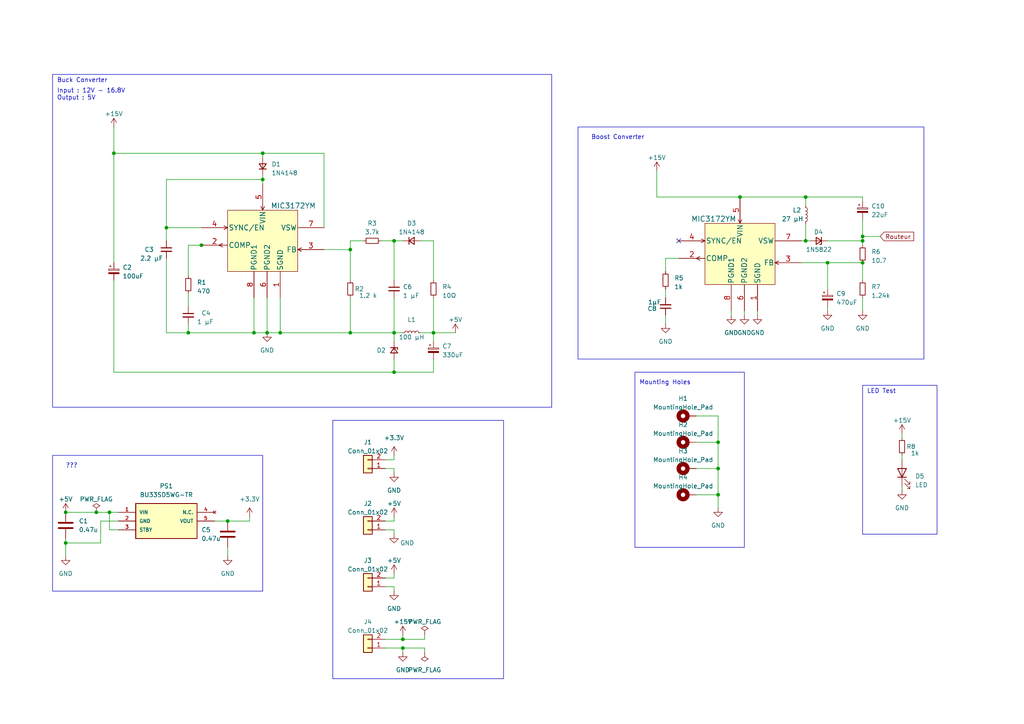
<source format=kicad_sch>
(kicad_sch (version 20230121) (generator eeschema)
  (paper "A4")
  (title_block (title "alimentation"))
  (lib_symbols
    (symbol "BU33SD5WG-TR:BU33SD5WG-TR" (pin_names (offset 1.016))
      (property "Reference" "PS1" (at 13.97 7.62 0))
      (property "Value" "BU33SD5WG-TR" (at 13.97 5.08 0))
      (symbol "BU33SD5WG-TR_0_0"
        (polyline (pts (xy 5.08 2.54) (xy 5.08 -7.62)) (stroke (width 0.254)))
        (rectangle (start 5.08 -7.62) (end 22.86 2.54) (stroke (width 0.254)) (fill (type background)))
        (pin power_in line (at 0 0 0) (length 5.08) (name "VIN") (number "1"))
        (pin power_in line (at 0 -2.54 0) (length 5.08) (name "GND") (number "2"))
        (pin input line (at 0 -5.08 0) (length 5.08) (name "STBY") (number "3"))
        (pin no_connect line (at 27.94 0 180) (length 5.08) (name "N.C.") (number "4"))
        (pin power_out line (at 27.94 -2.54 180) (length 5.08) (name "VOUT") (number "5"))
      )
    )
    (symbol "Connector_Generic:Conn_01x02" (pin_names (offset 1.016) hide)
      (property "Reference" "J" (at 0 2.54 0))
      (property "Value" "Conn_01x02" (at 0 -5.08 0))
      (symbol "Conn_01x02_1_1"
        (rectangle (start -1.27 -2.413) (end 0 -2.667) (stroke (width 0.1524)))
        (rectangle (start -1.27 0.127) (end 0 -0.127) (stroke (width 0.1524)))
        (rectangle (start -1.27 1.27) (end 1.27 -3.81) (stroke (width 0.254)) (fill (type background)))
        (pin passive line (at -5.08 0 0) (length 3.81) (name "Pin_1") (number "1"))
        (pin passive line (at -5.08 -2.54 0) (length 3.81) (name "Pin_2") (number "2"))
      )
    )
    (symbol "Device:C" (pin_numbers hide) (pin_names (offset 0.254))
      (property "Reference" "C" (at 0.635 2.54 0))
      (property "Value" "C" (at 0.635 -2.54 0))
      (symbol "C_0_1"
        (polyline (pts (xy -2.032 -0.762) (xy 2.032 -0.762)) (stroke (width 0.508)))
        (polyline (pts (xy -2.032 0.762) (xy 2.032 0.762)) (stroke (width 0.508)))
      )
      (symbol "C_1_1"
        (pin passive line (at 0 3.81 270) (length 2.794) (name "~") (number "1"))
        (pin passive line (at 0 -3.81 90) (length 2.794) (name "~") (number "2"))
      )
    )
    (symbol "Device:C_Polarized_Small" (pin_numbers hide) (pin_names (offset 0.254) hide)
      (property "Reference" "C" (at 0.254 1.778 0))
      (property "Value" "C_Polarized_Small" (at 0.254 -2.032 0))
      (symbol "C_Polarized_Small_0_1"
        (rectangle (start -1.524 -0.3048) (end 1.524 -0.6858) (fill (type outline)))
        (rectangle (start -1.524 0.6858) (end 1.524 0.3048))
        (polyline (pts (xy -1.27 1.524) (xy -0.762 1.524)))
        (polyline (pts (xy -1.016 1.27) (xy -1.016 1.778)))
      )
      (symbol "C_Polarized_Small_1_1"
        (pin passive line (at 0 2.54 270) (length 1.8542) (name "~") (number "1"))
        (pin passive line (at 0 -2.54 90) (length 1.8542) (name "~") (number "2"))
      )
    )
    (symbol "Device:C_Small" (pin_numbers hide) (pin_names (offset 0.254) hide)
      (property "Reference" "C" (at 0.254 1.778 0))
      (property "Value" "C_Small" (at 0.254 -2.032 0))
      (symbol "C_Small_0_1"
        (polyline (pts (xy -1.524 -0.508) (xy 1.524 -0.508)) (stroke (width 0.3302)))
        (polyline (pts (xy -1.524 0.508) (xy 1.524 0.508)) (stroke (width 0.3048)))
      )
      (symbol "C_Small_1_1"
        (pin passive line (at 0 2.54 270) (length 2.032) (name "~") (number "1"))
        (pin passive line (at 0 -2.54 90) (length 2.032) (name "~") (number "2"))
      )
    )
    (symbol "Device:D_Small" (pin_numbers hide) (pin_names (offset 0.254) hide)
      (property "Reference" "D" (at -1.27 2.032 0))
      (property "Value" "D_Small" (at -3.81 -2.032 0))
      (symbol "D_Small_0_1"
        (polyline (pts (xy -0.762 -1.016) (xy -0.762 1.016)) (stroke (width 0.254)))
        (polyline (pts (xy -0.762 0) (xy 0.762 0)))
        (polyline (pts (xy 0.762 -1.016) (xy -0.762 0) (xy 0.762 1.016) (xy 0.762 -1.016)) (stroke (width 0.254)))
      )
      (symbol "D_Small_1_1"
        (pin passive line (at -2.54 0 0) (length 1.778) (name "K") (number "1"))
        (pin passive line (at 2.54 0 180) (length 1.778) (name "A") (number "2"))
      )
    )
    (symbol "Device:D_Zener_Small" (pin_numbers hide) (pin_names (offset 0.254) hide)
      (property "Reference" "D" (at 0 2.286 0))
      (property "Value" "D_Zener_Small" (at 0 -2.286 0))
      (symbol "D_Zener_Small_0_1"
        (polyline (pts (xy 0.762 0) (xy -0.762 0)))
        (polyline (pts (xy -0.254 1.016) (xy -0.762 1.016) (xy -0.762 -1.016)) (stroke (width 0.254)))
        (polyline (pts (xy 0.762 1.016) (xy -0.762 0) (xy 0.762 -1.016) (xy 0.762 1.016)) (stroke (width 0.254)))
      )
      (symbol "D_Zener_Small_1_1"
        (pin passive line (at -2.54 0 0) (length 1.778) (name "K") (number "1"))
        (pin passive line (at 2.54 0 180) (length 1.778) (name "A") (number "2"))
      )
    )
    (symbol "Device:LED" (pin_numbers hide) (pin_names (offset 1.016) hide)
      (property "Reference" "D" (at 0 2.54 0))
      (property "Value" "LED" (at 0 -2.54 0))
      (symbol "LED_0_1"
        (polyline (pts (xy -1.27 -1.27) (xy -1.27 1.27)) (stroke (width 0.254)))
        (polyline (pts (xy -1.27 0) (xy 1.27 0)))
        (polyline (pts (xy 1.27 -1.27) (xy 1.27 1.27) (xy -1.27 0) (xy 1.27 -1.27)) (stroke (width 0.254)))
        (polyline (pts (xy -3.048 -0.762) (xy -4.572 -2.286) (xy -3.81 -2.286) (xy -4.572 -2.286) (xy -4.572 -1.524)))
        (polyline (pts (xy -1.778 -0.762) (xy -3.302 -2.286) (xy -2.54 -2.286) (xy -3.302 -2.286) (xy -3.302 -1.524)))
      )
      (symbol "LED_1_1"
        (pin passive line (at -3.81 0 0) (length 2.54) (name "K") (number "1"))
        (pin passive line (at 3.81 0 180) (length 2.54) (name "A") (number "2"))
      )
    )
    (symbol "Device:L_Small" (pin_numbers hide) (pin_names (offset 0.254) hide)
      (property "Reference" "L" (at 0.762 1.016 0))
      (property "Value" "L_Small" (at 0.762 -1.016 0))
      (symbol "L_Small_0_1"
        (arc (start 0 -2.032) (mid 0.5058 -1.524) (end 0 -1.016))
        (arc (start 0 -1.016) (mid 0.5058 -0.508) (end 0 0))
        (arc (start 0 0) (mid 0.5058 0.508) (end 0 1.016))
        (arc (start 0 1.016) (mid 0.5058 1.524) (end 0 2.032))
      )
      (symbol "L_Small_1_1"
        (pin passive line (at 0 2.54 270) (length 0.508) (name "~") (number "1"))
        (pin passive line (at 0 -2.54 90) (length 0.508) (name "~") (number "2"))
      )
    )
    (symbol "Device:R_Small" (pin_numbers hide) (pin_names (offset 0.254) hide)
      (property "Reference" "R" (at 0.762 0.508 0))
      (property "Value" "R_Small" (at 0.762 -1.016 0))
      (symbol "R_Small_0_1"
        (rectangle (start -0.762 1.778) (end 0.762 -1.778) (stroke (width 0.2032)))
      )
      (symbol "R_Small_1_1"
        (pin passive line (at 0 2.54 270) (length 0.762) (name "~") (number "1"))
        (pin passive line (at 0 -2.54 90) (length 0.762) (name "~") (number "2"))
      )
    )
    (symbol "MIC3172YM_1" (pin_names (offset 0.254))
      (property "Reference" "U4" (at 62.23 -2.54 0))
      (property "Value" "MIC3172YM" (at 62.23 -5.08 0))
      (symbol "MIC3172YM_1_1_1"
        (polyline (pts (xy 40.64 -16.51) (xy 41.7068 -17.018)) (stroke (width 0.2032)))
        (polyline (pts (xy 40.64 -16.51) (xy 41.7068 -16.002)) (stroke (width 0.2032)))
        (polyline (pts (xy 43.18 -11.43) (xy 42.1132 -11.938)) (stroke (width 0.2032)))
        (polyline (pts (xy 43.18 -11.43) (xy 42.1132 -10.922)) (stroke (width 0.2032)))
        (polyline (pts (xy 53.34 -6.35) (xy 52.832 -5.2832)) (stroke (width 0.2032)))
        (polyline (pts (xy 53.34 -6.35) (xy 53.848 -5.2832)) (stroke (width 0.2032)))
        (polyline (pts (xy 63.5 -17.78) (xy 64.5668 -18.288)) (stroke (width 0.2032)))
        (polyline (pts (xy 63.5 -17.78) (xy 64.5668 -17.272)) (stroke (width 0.2032)))
        (rectangle (start 43.18 -6.35) (end 63.5 -24.13) (fill (type background)))
        (pin power_in line (at 58.42 -31.75 90) (length 7.62) (name "SGND") (number "1"))
        (pin output line (at 35.56 -16.51 0) (length 7.62) (name "COMP") (number "2"))
        (pin input line (at 71.12 -17.78 180) (length 7.62) (name "FB") (number "3"))
        (pin input line (at 35.56 -11.43 0) (length 7.62) (name "SYNC/EN") (number "4"))
        (pin input line (at 53.34 1.27 270) (length 7.62) (name "VIN") (number "5"))
        (pin power_in line (at 54.61 -31.75 90) (length 7.62) (name "PGND2") (number "6"))
        (pin unspecified line (at 71.12 -11.43 180) (length 7.62) (name "VSW") (number "7"))
        (pin power_in line (at 50.8 -31.75 90) (length 7.62) (name "PGND1") (number "8"))
      )
    )
    (symbol "Mechanical:MountingHole_Pad" (pin_numbers hide) (pin_names (offset 1.016) hide)
      (property "Reference" "H" (at 0 6.35 0))
      (property "Value" "MountingHole_Pad" (at 0 4.445 0))
      (symbol "MountingHole_Pad_0_1"
        (circle (center 0 1.27) (radius 1.27) (stroke (width 1.27)))
      )
      (symbol "MountingHole_Pad_1_1"
        (pin input line (at 0 -2.54 90) (length 2.54) (name "1") (number "1"))
      )
    )
    (symbol "power:+15V" (power) (pin_names (offset 0))
      (property "Value" "+15V" (at 0 3.556 0))
      (symbol "+15V_0_1"
        (polyline (pts (xy -0.762 1.27) (xy 0 2.54)))
        (polyline (pts (xy 0 0) (xy 0 2.54)))
        (polyline (pts (xy 0 2.54) (xy 0.762 1.27)))
      )
      (symbol "+15V_1_1"
        (pin power_in line (at 0 0 90) (length 0) hide (name "+15V") (number "1"))
      )
    )
    (symbol "power:+3.3V" (power) (pin_names (offset 0))
      (property "Value" "+3.3V" (at 0 3.556 0))
      (symbol "+3.3V_0_1"
        (polyline (pts (xy -0.762 1.27) (xy 0 2.54)))
        (polyline (pts (xy 0 0) (xy 0 2.54)))
        (polyline (pts (xy 0 2.54) (xy 0.762 1.27)))
      )
      (symbol "+3.3V_1_1"
        (pin power_in line (at 0 0 90) (length 0) hide (name "+3.3V") (number "1"))
      )
    )
    (symbol "power:+5V" (power) (pin_names (offset 0))
      (property "Value" "+5V" (at 0 3.556 0))
      (symbol "+5V_0_1"
        (polyline (pts (xy -0.762 1.27) (xy 0 2.54)))
        (polyline (pts (xy 0 0) (xy 0 2.54)))
        (polyline (pts (xy 0 2.54) (xy 0.762 1.27)))
      )
      (symbol "+5V_1_1"
        (pin power_in line (at 0 0 90) (length 0) hide (name "+5V") (number "1"))
      )
    )
    (symbol "power:GND" (power) (pin_names (offset 0))
      (property "Value" "GND" (at 0 -3.81 0))
      (symbol "GND_0_1"
        (polyline (pts (xy 0 0) (xy 0 -1.27) (xy 1.27 -1.27) (xy 0 -2.54) (xy -1.27 -1.27) (xy 0 -1.27)))
      )
      (symbol "GND_1_1"
        (pin power_in line (at 0 0 270) (length 0) hide (name "GND") (number "1"))
      )
    )
    (symbol "power:PWR_FLAG" (power) (pin_numbers hide) (pin_names (offset 0) hide)
      (property "Value" "PWR_FLAG" (at 0 3.81 0))
      (symbol "PWR_FLAG_0_0"
        (pin power_out line (at 0 0 90) (length 0) (name "pwr") (number "1"))
      )
      (symbol "PWR_FLAG_0_1"
        (polyline (pts (xy 0 0) (xy 0 1.27) (xy -1.016 1.905) (xy 0 2.54) (xy 1.016 1.905) (xy 0 1.27)))
      )
    )
  )
  (junction (at 116.84 187.96))
  (junction (at 233.68 69.85))
  (junction (at 114.3 69.85))
  (junction (at 240.03 76.2))
  (junction (at 250.19 68.58))
  (junction (at 31.75 148.59))
  (junction (at 208.28 135.89))
  (junction (at 19.05 157.48))
  (junction (at 114.3 107.95))
  (junction (at 73.66 96.52))
  (junction (at 76.2 52.07))
  (junction (at 58.42 71.12))
  (junction (at 208.28 143.51))
  (junction (at 250.19 76.2))
  (junction (at 233.68 57.15))
  (junction (at 250.19 69.85))
  (junction (at 114.3 96.52))
  (junction (at 81.28 96.52))
  (junction (at 54.61 96.52))
  (junction (at 214.63 57.15))
  (junction (at 33.02 44.45))
  (junction (at 66.04 151.13))
  (junction (at 101.6 96.52))
  (junction (at 27.94 148.59))
  (junction (at 77.47 96.52))
  (junction (at 76.2 44.45))
  (junction (at 125.73 96.52))
  (junction (at 101.6 72.39))
  (junction (at 19.05 148.59))
  (junction (at 48.26 66.04))
  (junction (at 116.84 185.42))
  (junction (at 208.28 128.27))
  (no_connect (at 196.85 69.85))
  (wire (pts (xy 190.5 49.53) (xy 190.5 57.15)))
  (wire (pts (xy 93.98 72.39) (xy 101.6 72.39)))
  (wire (pts (xy 250.19 86.36) (xy 250.19 90.17)))
  (wire (pts (xy 34.29 153.67) (xy 31.75 153.67)))
  (wire (pts (xy 101.6 96.52) (xy 114.3 96.52)))
  (wire (pts (xy 233.68 57.15) (xy 233.68 59.69)))
  (wire (pts (xy 29.21 151.13) (xy 29.21 157.48)))
  (wire (pts (xy 58.42 71.12) (xy 54.61 71.12)))
  (wire (pts (xy 201.93 128.27) (xy 208.28 128.27)))
  (wire (pts (xy 123.19 189.23) (xy 123.19 187.96)))
  (wire (pts (xy 66.04 151.13) (xy 72.39 151.13)))
  (wire (pts (xy 72.39 149.86) (xy 72.39 151.13)))
  (wire (pts (xy 101.6 69.85) (xy 105.41 69.85)))
  (wire (pts (xy 208.28 147.32) (xy 208.28 143.51)))
  (wire (pts (xy 33.02 36.83) (xy 33.02 44.45)))
  (wire (pts (xy 31.75 148.59) (xy 34.29 148.59)))
  (wire (pts (xy 240.03 76.2) (xy 250.19 76.2)))
  (wire (pts (xy 193.04 91.44) (xy 193.04 93.98)))
  (wire (pts (xy 116.84 185.42) (xy 123.19 185.42)))
  (wire (pts (xy 81.28 86.36) (xy 81.28 96.52)))
  (wire (pts (xy 59.69 71.12) (xy 58.42 71.12)))
  (wire (pts (xy 250.19 63.5) (xy 250.19 68.58)))
  (wire (pts (xy 114.3 154.94) (xy 114.3 153.67)))
  (wire (pts (xy 111.76 151.13) (xy 114.3 151.13)))
  (wire (pts (xy 76.2 50.8) (xy 76.2 52.07)))
  (wire (pts (xy 114.3 151.13) (xy 114.3 149.86)))
  (wire (pts (xy 121.92 69.85) (xy 125.73 69.85)))
  (wire (pts (xy 77.47 96.52) (xy 81.28 96.52)))
  (wire (pts (xy 93.98 66.04) (xy 93.98 44.45)))
  (wire (pts (xy 114.3 133.35) (xy 114.3 132.08)))
  (wire (pts (xy 77.47 86.36) (xy 77.47 96.52)))
  (wire (pts (xy 48.26 74.93) (xy 48.26 96.52)))
  (wire (pts (xy 232.41 69.85) (xy 233.68 69.85)))
  (wire (pts (xy 101.6 72.39) (xy 101.6 81.28)))
  (wire (pts (xy 114.3 171.45) (xy 114.3 170.18)))
  (wire (pts (xy 208.28 120.65) (xy 201.93 120.65)))
  (wire (pts (xy 19.05 156.21) (xy 19.05 157.48)))
  (wire (pts (xy 114.3 104.14) (xy 114.3 107.95)))
  (wire (pts (xy 54.61 93.98) (xy 54.61 96.52)))
  (wire (pts (xy 114.3 69.85) (xy 114.3 81.28)))
  (wire (pts (xy 93.98 44.45) (xy 76.2 44.45)))
  (wire (pts (xy 48.26 66.04) (xy 48.26 52.07)))
  (wire (pts (xy 114.3 107.95) (xy 125.73 107.95)))
  (wire (pts (xy 66.04 158.75) (xy 66.04 161.29)))
  (wire (pts (xy 48.26 66.04) (xy 58.42 66.04)))
  (wire (pts (xy 125.73 69.85) (xy 125.73 81.28)))
  (wire (pts (xy 121.92 96.52) (xy 125.73 96.52)))
  (wire (pts (xy 54.61 85.09) (xy 54.61 88.9)))
  (wire (pts (xy 111.76 185.42) (xy 116.84 185.42)))
  (wire (pts (xy 54.61 96.52) (xy 73.66 96.52)))
  (wire (pts (xy 214.63 57.15) (xy 233.68 57.15)))
  (wire (pts (xy 19.05 157.48) (xy 29.21 157.48)))
  (wire (pts (xy 114.3 96.52) (xy 114.3 99.06)))
  (wire (pts (xy 114.3 86.36) (xy 114.3 96.52)))
  (wire (pts (xy 114.3 96.52) (xy 116.84 96.52)))
  (wire (pts (xy 240.03 83.82) (xy 240.03 76.2)))
  (wire (pts (xy 27.94 148.59) (xy 31.75 148.59)))
  (wire (pts (xy 261.62 132.08) (xy 261.62 133.35)))
  (wire (pts (xy 233.68 69.85) (xy 234.95 69.85)))
  (wire (pts (xy 261.62 140.97) (xy 261.62 142.24)))
  (wire (pts (xy 123.19 184.15) (xy 123.19 185.42)))
  (wire (pts (xy 193.04 74.93) (xy 193.04 78.74)))
  (wire (pts (xy 219.71 90.17) (xy 219.71 91.44)))
  (wire (pts (xy 250.19 71.12) (xy 250.19 69.85)))
  (wire (pts (xy 212.09 90.17) (xy 212.09 91.44)))
  (wire (pts (xy 250.19 69.85) (xy 240.03 69.85)))
  (wire (pts (xy 201.93 135.89) (xy 208.28 135.89)))
  (wire (pts (xy 114.3 69.85) (xy 116.84 69.85)))
  (wire (pts (xy 125.73 104.14) (xy 125.73 107.95)))
  (wire (pts (xy 114.3 167.64) (xy 114.3 166.37)))
  (wire (pts (xy 233.68 57.15) (xy 250.19 57.15)))
  (wire (pts (xy 101.6 86.36) (xy 101.6 96.52)))
  (wire (pts (xy 111.76 167.64) (xy 114.3 167.64)))
  (wire (pts (xy 73.66 86.36) (xy 73.66 96.52)))
  (wire (pts (xy 208.28 128.27) (xy 208.28 120.65)))
  (wire (pts (xy 62.23 151.13) (xy 66.04 151.13)))
  (wire (pts (xy 255.27 68.58) (xy 250.19 68.58)))
  (wire (pts (xy 114.3 135.89) (xy 111.76 135.89)))
  (wire (pts (xy 48.26 69.85) (xy 48.26 66.04)))
  (wire (pts (xy 111.76 187.96) (xy 116.84 187.96)))
  (wire (pts (xy 48.26 52.07) (xy 76.2 52.07)))
  (wire (pts (xy 48.26 96.52) (xy 54.61 96.52)))
  (wire (pts (xy 125.73 96.52) (xy 132.08 96.52)))
  (wire (pts (xy 73.66 96.52) (xy 77.47 96.52)))
  (wire (pts (xy 193.04 83.82) (xy 193.04 86.36)))
  (wire (pts (xy 34.29 151.13) (xy 29.21 151.13)))
  (wire (pts (xy 261.62 125.73) (xy 261.62 127)))
  (wire (pts (xy 193.04 74.93) (xy 196.85 74.93)))
  (wire (pts (xy 250.19 76.2) (xy 250.19 81.28)))
  (wire (pts (xy 81.28 96.52) (xy 101.6 96.52)))
  (wire (pts (xy 116.84 185.42) (xy 116.84 184.15)))
  (wire (pts (xy 33.02 81.28) (xy 33.02 107.95)))
  (wire (pts (xy 33.02 44.45) (xy 76.2 44.45)))
  (wire (pts (xy 19.05 157.48) (xy 19.05 161.29)))
  (wire (pts (xy 111.76 133.35) (xy 114.3 133.35)))
  (wire (pts (xy 125.73 96.52) (xy 125.73 99.06)))
  (wire (pts (xy 201.93 143.51) (xy 208.28 143.51)))
  (wire (pts (xy 76.2 52.07) (xy 76.2 53.34)))
  (wire (pts (xy 116.84 187.96) (xy 116.84 189.23)))
  (wire (pts (xy 116.84 187.96) (xy 123.19 187.96)))
  (wire (pts (xy 114.3 170.18) (xy 111.76 170.18)))
  (wire (pts (xy 250.19 57.15) (xy 250.19 58.42)))
  (wire (pts (xy 31.75 148.59) (xy 31.75 153.67)))
  (wire (pts (xy 114.3 137.16) (xy 114.3 135.89)))
  (wire (pts (xy 19.05 148.59) (xy 27.94 148.59)))
  (wire (pts (xy 232.41 76.2) (xy 240.03 76.2)))
  (wire (pts (xy 76.2 44.45) (xy 76.2 45.72)))
  (wire (pts (xy 125.73 86.36) (xy 125.73 96.52)))
  (wire (pts (xy 190.5 57.15) (xy 214.63 57.15)))
  (wire (pts (xy 33.02 107.95) (xy 114.3 107.95)))
  (wire (pts (xy 110.49 69.85) (xy 114.3 69.85)))
  (wire (pts (xy 208.28 143.51) (xy 208.28 135.89)))
  (wire (pts (xy 233.68 64.77) (xy 233.68 69.85)))
  (wire (pts (xy 208.28 135.89) (xy 208.28 128.27)))
  (wire (pts (xy 101.6 69.85) (xy 101.6 72.39)))
  (wire (pts (xy 114.3 153.67) (xy 111.76 153.67)))
  (wire (pts (xy 54.61 71.12) (xy 54.61 80.01)))
  (wire (pts (xy 250.19 68.58) (xy 250.19 69.85)))
  (wire (pts (xy 33.02 44.45) (xy 33.02 76.2)))
  (wire (pts (xy 215.9 90.17) (xy 215.9 91.44)))
  (wire (pts (xy 240.03 88.9) (xy 240.03 90.17)))
  (rectangle (start 15.24 132.08) (end 76.2 171.45))
  (rectangle (start 167.64 36.83) (end 267.97 104.14))
  (rectangle (start 15.24 21.59) (end 160.02 118.11))
  (rectangle (start 96.52 121.92) (end 146.05 196.85))
  (rectangle (start 184.15 107.95) (end 215.9 158.75))
  (rectangle (start 250.19 111.76) (end 271.78 154.94))
  (text "Mounting Holes\n" (at 185.42 111.76 0) (effects (font (size 1.27 1.27)) (justify left bottom)))
  (text "Buck Converter\n" (at 16.51 24.13 0) (effects (font (size 1.27 1.27)) (justify left bottom)))
  (text "Boost Converter\n" (at 171.45 40.64 0) (effects (font (size 1.27 1.27)) (justify left bottom)))
  (text "???\n" (at 19.05 135.89 0) (effects (font (size 1.27 1.27)) (justify left bottom)))
  (text "Input : 12V - 16.8V\nOutput : 5V\n" (at 16.51 29.21 0) (effects (font (size 1.27 1.27)) (justify left bottom)))
  (text "LED Test\n" (at 251.46 114.3 0) (effects (font (size 1.27 1.27)) (justify left bottom)))
  (global_label "Routeur" (shape input) (at 255.27 68.58 0) (property "Intersheetrefs" "${INTERSHEET_REFS}" (effects hide)))
  (symbol (lib_id "Connector_Generic:Conn_01x02") (at 106.68 135.89 180) (unit 1)
    (property "Reference" "J1" (at 106.68 128.27 0))
    (property "Value" "Conn_01x02" (at 106.68 130.81 0))
    (property "Footprint" "Connector_JST:JST_XH_B2B-XH-A_1x02_P2.50mm_Vertical" (effects hide))
  )
  (symbol (lib_id "Device:R_Small") (at 193.04 81.28 0) (unit 1)
    (property "Reference" "R5" (at 195.58 80.645 0) (effects (justify left)))
    (property "Value" "1k" (at 195.58 83.185 0) (effects (justify left)))
    (property "Footprint" "Resistor_SMD:R_0603_1608Metric_Pad0.98x0.95mm_HandSolder" (effects hide))
  )
  (symbol (lib_id "Connector_Generic:Conn_01x02") (at 106.68 153.67 180) (unit 1)
    (property "Reference" "J2" (at 106.68 146.05 0))
    (property "Value" "Conn_01x02" (at 106.68 148.59 0))
    (property "Footprint" "Connector_JST:JST_XH_B2B-XH-A_1x02_P2.50mm_Vertical" (effects hide))
  )
  (symbol (lib_id "power:GND") (at 215.9 91.44 0) (unit 1)
    (property "Reference" "#PWR018" (effects hide))
    (property "Value" "GND" (at 215.9 96.52 0))
  )
  (symbol (lib_id "Mechanical:MountingHole_Pad") (at 199.39 135.89 90) (unit 1)
    (property "Reference" "H3" (at 198.12 130.81 90))
    (property "Value" "MountingHole_Pad" (at 198.12 133.35 90))
    (property "Footprint" "MountingHole:MountingHole_3.2mm_M3_Pad_Via" (effects hide))
  )
  (symbol (lib_id "power:PWR_FLAG") (at 123.19 184.15 0) (unit 1)
    (property "Reference" "#FLG02" (effects hide))
    (property "Value" "PWR_FLAG" (at 123.19 180.34 0))
  )
  (symbol (lib_id "Device:C_Small") (at 114.3 83.82 0) (unit 1)
    (property "Reference" "C6" (at 116.84 83.1913 0) (effects (justify left)))
    (property "Value" "1 µF" (at 116.84 85.7313 0) (effects (justify left)))
    (property "Footprint" "Capacitor_SMD:C_0603_1608Metric_Pad1.08x0.95mm_HandSolder" (effects hide))
  )
  (symbol (lib_id "Device:D_Small") (at 119.38 69.85 0) (unit 1)
    (property "Reference" "D3" (at 119.38 64.77 0))
    (property "Value" "1N4148" (at 119.38 67.31 0))
    (property "Footprint" "Footprints_Balise:SOD2513X120N" (effects hide))
    (property "Sim.Device" "D" (effects hide))
    (property "Sim.Pins" "1=K 2=A" (effects hide))
  )
  (symbol (lib_id "power:GND") (at 208.28 147.32 0) (unit 1)
    (property "Reference" "#PWR016" (effects hide))
    (property "Value" "GND" (at 208.28 152.4 0))
  )
  (symbol (lib_id "power:PWR_FLAG") (at 27.94 148.59 0) (unit 1)
    (property "Reference" "#FLG01" (effects hide))
    (property "Value" "PWR_FLAG" (at 27.94 144.78 0))
  )
  (symbol (lib_id "Device:C_Small") (at 54.61 91.44 0) (unit 1)
    (property "Reference" "C4" (at 58.42 90.8113 0) (effects (justify left)))
    (property "Value" "1 µF" (at 57.15 93.3513 0) (effects (justify left)))
    (property "Footprint" "Capacitor_SMD:C_0603_1608Metric_Pad1.08x0.95mm_HandSolder" (effects hide))
  )
  (symbol (lib_id "power:GND") (at 250.19 90.17 0) (unit 1)
    (property "Reference" "#PWR023" (effects hide))
    (property "Value" "GND" (at 250.19 95.25 0))
  )
  (symbol (lib_id "Device:C_Polarized_Small") (at 250.19 60.96 0) (unit 1)
    (property "Reference" "C10" (at 252.73 59.7789 0) (effects (justify left)))
    (property "Value" "22uF" (at 252.73 62.3189 0) (effects (justify left)))
    (property "Footprint" "Capacitor_SMD:CP_Elec_5x5.4" (effects hide))
  )
  (symbol (lib_id "power:GND") (at 261.62 142.24 0) (unit 1)
    (property "Reference" "#PWR025" (effects hide))
    (property "Value" "GND" (at 261.62 147.32 0))
  )
  (symbol (lib_id "power:+15V") (at 261.62 125.73 0) (unit 1)
    (property "Reference" "#PWR024" (effects hide))
    (property "Value" "+15V" (at 261.62 121.92 0))
  )
  (symbol (lib_id "Mechanical:MountingHole_Pad") (at 199.39 128.27 90) (unit 1)
    (property "Reference" "H2" (at 198.12 123.19 90))
    (property "Value" "MountingHole_Pad" (at 198.12 125.73 90))
    (property "Footprint" "MountingHole:MountingHole_3.2mm_M3_Pad_Via" (effects hide))
  )
  (symbol (lib_id "BU33SD5WG-TR:BU33SD5WG-TR") (at 34.29 148.59 0) (unit 1)
    (property "Reference" "PS1" (at 48.26 140.97 0))
    (property "Value" "BU33SD5WG-TR" (at 48.26 143.51 0))
    (property "Footprint" "Custom:SOT95P280X125-5N" (effects hide))
    (property "Manufacturer_Part_Number" "BU33SD5WG-TR" (effects hide))
    (property "Manufacturer_Name" "ROHM Semiconductor" (effects hide))
    (property "Mouser_Price-Stock" "https://www.mouser.co.uk/ProductDetail/ROHM-Semiconductor/BU33SD5WG-TR?qs=%2FKR40Cd6GUrQDzRkUEt69Q%3D%3D" (effects hide))
    (property "Height" "1.25mm" (effects hide))
    (property "Mouser_Part_Number" "755-BU33SD5WG-TR" (effects hide))
    (property "Description" "LDO regulator,3.3V,0.5A,standby,SSOP5 ROHM BU33SD5WG-TR, LDO Voltage Regulator, 0.5A, 3.3 V +/-2%, 1.7  6 Vin, 5-Pin SSOP" (effects hide))
  )
  (symbol (lib_id "power:+15V") (at 190.5 49.53 0) (unit 1)
    (property "Reference" "#PWR014" (effects hide))
    (property "Value" "+15V" (at 190.5 45.72 0))
  )
  (symbol (lib_id "Device:C") (at 19.05 152.4 0) (unit 1)
    (property "Reference" "C1" (at 22.86 151.1299 0) (effects (justify left)))
    (property "Value" "0.47u" (at 22.86 153.6699 0) (effects (justify left)))
    (property "Footprint" "Capacitor_SMD:C_0603_1608Metric_Pad1.08x0.95mm_HandSolder" (effects hide))
  )
  (symbol (lib_id "Device:C_Polarized_Small") (at 240.03 86.36 0) (unit 1)
    (property "Reference" "C9" (at 242.57 85.1789 0) (effects (justify left)))
    (property "Value" "470uF" (at 242.57 87.7189 0) (effects (justify left)))
    (property "Footprint" "Capacitor_SMD:CP_Elec_10x10.5" (effects hide))
  )
  (symbol (lib_id "Device:R_Small") (at 54.61 82.55 0) (unit 1)
    (property "Reference" "R1" (at 57.15 81.915 0) (effects (justify left)))
    (property "Value" "470" (at 57.15 84.455 0) (effects (justify left)))
    (property "Footprint" "Resistor_SMD:R_0603_1608Metric_Pad0.98x0.95mm_HandSolder" (effects hide))
  )
  (symbol (lib_id "power:GND") (at 240.03 90.17 0) (unit 1)
    (property "Reference" "#PWR020" (effects hide))
    (property "Value" "GND" (at 240.03 95.25 0))
  )
  (symbol (lib_id "Device:L_Small") (at 233.68 62.23 0) (unit 1)
    (property "Reference" "L2" (at 231.14 60.96 0))
    (property "Value" "27 µH" (at 229.87 63.5 0))
  )
  (symbol (lib_id "Device:R_Small") (at 250.19 73.66 0) (unit 1)
    (property "Reference" "R6" (at 252.73 73.025 0) (effects (justify left)))
    (property "Value" "10.7" (at 252.73 75.565 0) (effects (justify left)))
    (property "Footprint" "Resistor_SMD:R_0603_1608Metric_Pad0.98x0.95mm_HandSolder" (effects hide))
  )
  (symbol (lib_id "power:GND") (at 114.3 171.45 0) (unit 1)
    (property "Reference" "#PWR012" (effects hide))
    (property "Value" "GND" (at 114.3 176.53 0))
  )
  (symbol (lib_id "power:GND") (at 66.04 161.29 0) (unit 1)
    (property "Reference" "#PWR04" (effects hide))
    (property "Value" "GND" (at 66.04 166.37 0))
  )
  (symbol (lib_id "Device:C_Small") (at 48.26 72.39 0) (unit 1)
    (property "Reference" "C3" (at 41.91 72.39 0) (effects (justify left)))
    (property "Value" "2.2 µF" (at 40.64 74.93 0) (effects (justify left)))
    (property "Footprint" "Capacitor_SMD:C_0603_1608Metric_Pad1.08x0.95mm_HandSolder" (effects hide))
  )
  (symbol (lib_id "Connector_Generic:Conn_01x02") (at 106.68 187.96 180) (unit 1)
    (property "Reference" "J4" (at 106.68 180.34 0))
    (property "Value" "Conn_01x02" (at 106.68 182.88 0))
    (property "Footprint" "Connector_JST:JST_XH_B2B-XH-A_1x02_P2.50mm_Vertical" (effects hide))
  )
  (symbol (lib_id "Device:D_Zener_Small") (at 114.3 101.6 270) (unit 1)
    (property "Reference" "D2" (at 109.22 101.6 90) (effects (justify left)))
    (property "Value" "D_Zener_Small" (effects hide))
    (property "Footprint" "Footprints_Balise:DO-214AD_ONS" (effects hide))
  )
  (symbol (lib_id "power:+5V") (at 19.05 148.59 0) (unit 1)
    (property "Reference" "#PWR01" (effects hide))
    (property "Value" "+5V" (at 19.05 144.78 0))
  )
  (symbol (lib_id "power:GND") (at 77.47 96.52 0) (unit 1)
    (property "Reference" "#PWR06" (effects hide))
    (property "Value" "GND" (at 77.47 101.6 0))
  )
  (symbol (lib_id "Device:R_Small") (at 261.62 129.54 0) (unit 1)
    (property "Reference" "R8" (at 262.89 129.54 0) (effects (justify left)))
    (property "Value" "1k" (at 264.16 131.445 0) (effects (justify left)))
    (property "Footprint" "Resistor_SMD:R_0603_1608Metric_Pad0.98x0.95mm_HandSolder" (effects hide))
  )
  (symbol (lib_id "power:+3.3V") (at 114.3 132.08 0) (unit 1)
    (property "Reference" "#PWR07" (effects hide))
    (property "Value" "+3.3V" (at 114.3 127 0))
  )
  (symbol (lib_id "Mechanical:MountingHole_Pad") (at 199.39 143.51 90) (unit 1)
    (property "Reference" "H4" (at 198.12 138.43 90))
    (property "Value" "MountingHole_Pad" (at 198.12 140.97 90))
    (property "Footprint" "MountingHole:MountingHole_3.2mm_M3_Pad_Via" (effects hide))
  )
  (symbol (lib_name "MIC3172YM_1") (lib_id "2023-04-11_09-44-21:MIC3172YM") (at 161.29 58.42 0) (unit 1)
    (property "Reference" "U2" (effects hide))
    (property "Value" "MIC3172YM" (at 207.01 63.5 0) (effects (font (size 1.524 1.524))))
    (property "Footprint" "Package_SO:SOIC-8-1EP_3.9x4.9mm_P1.27mm_EP2.29x3mm" (effects hide))
  )
  (symbol (lib_id "Connector_Generic:Conn_01x02") (at 106.68 170.18 180) (unit 1)
    (property "Reference" "J3" (at 106.68 162.56 0))
    (property "Value" "Conn_01x02" (at 106.68 165.1 0))
    (property "Footprint" "Connector_JST:JST_XH_B2B-XH-A_1x02_P2.50mm_Vertical" (effects hide))
  )
  (symbol (lib_id "power:+15V") (at 33.02 36.83 0) (unit 1)
    (property "Reference" "#PWR03" (effects hide))
    (property "Value" "+15V" (at 33.02 33.02 0))
  )
  (symbol (lib_id "Device:R_Small") (at 101.6 83.82 0) (unit 1)
    (property "Reference" "R2" (at 102.87 83.82 0) (effects (justify left)))
    (property "Value" "1.2 k" (at 104.14 85.725 0) (effects (justify left)))
    (property "Footprint" "Resistor_SMD:R_0603_1608Metric_Pad0.98x0.95mm_HandSolder" (effects hide))
  )
  (symbol (lib_id "Device:C_Small") (at 193.04 88.9 180) (unit 1)
    (property "Reference" "C8" (at 190.5 89.5287 0) (effects (justify left)))
    (property "Value" "1µF" (at 191.77 87.63 0) (effects (justify left)))
    (property "Footprint" "Capacitor_SMD:C_0603_1608Metric_Pad1.08x0.95mm_HandSolder" (effects hide))
  )
  (symbol (lib_id "power:GND") (at 114.3 154.94 0) (unit 1)
    (property "Reference" "#PWR010" (effects hide))
    (property "Value" "GND" (at 118.11 157.48 0))
  )
  (symbol (lib_id "power:+3.3V") (at 72.39 149.86 0) (unit 1)
    (property "Reference" "#PWR05" (effects hide))
    (property "Value" "+3.3V" (at 72.39 144.78 0))
  )
  (symbol (lib_id "power:+5V") (at 114.3 166.37 0) (unit 1)
    (property "Reference" "#PWR011" (effects hide))
    (property "Value" "+5V" (at 114.3 162.56 0))
  )
  (symbol (lib_id "power:GND") (at 212.09 91.44 0) (unit 1)
    (property "Reference" "#PWR017" (effects hide))
    (property "Value" "GND" (at 212.09 96.52 0))
  )
  (symbol (lib_id "power:+5V") (at 132.08 96.52 0) (unit 1)
    (property "Reference" "#PWR013" (effects hide))
    (property "Value" "+5V" (at 132.08 92.71 0))
  )
  (symbol (lib_id "power:GND") (at 193.04 93.98 0) (unit 1)
    (property "Reference" "#PWR015" (effects hide))
    (property "Value" "GND" (at 193.04 99.06 0))
  )
  (symbol (lib_id "Device:R_Small") (at 125.73 83.82 0) (unit 1)
    (property "Reference" "R4" (at 128.27 83.185 0) (effects (justify left)))
    (property "Value" "10Ω" (at 128.27 85.725 0) (effects (justify left)))
    (property "Footprint" "Resistor_SMD:R_0603_1608Metric_Pad0.98x0.95mm_HandSolder" (effects hide))
  )
  (symbol (lib_id "Device:LED") (at 261.62 137.16 90) (unit 1)
    (property "Reference" "D5" (at 265.43 138.1125 90) (effects (justify right)))
    (property "Value" "LED" (at 265.43 140.6525 90) (effects (justify right)))
    (property "Footprint" "LED_SMD:LED_0603_1608Metric_Pad1.05x0.95mm_HandSolder" (effects hide))
  )
  (symbol (lib_id "power:PWR_FLAG") (at 123.19 189.23 180) (unit 1)
    (property "Reference" "#FLG03" (effects hide))
    (property "Value" "PWR_FLAG" (at 123.19 194.31 0))
  )
  (symbol (lib_id "Device:L_Small") (at 119.38 96.52 90) (unit 1)
    (property "Reference" "L1" (at 119.38 92.71 90))
    (property "Value" "100 µH" (at 119.38 97.79 90))
  )
  (symbol (lib_id "Device:R_Small") (at 107.95 69.85 90) (unit 1)
    (property "Reference" "R3" (at 107.95 64.77 90))
    (property "Value" "3.7k" (at 107.95 67.31 90))
    (property "Footprint" "Resistor_SMD:R_0603_1608Metric_Pad0.98x0.95mm_HandSolder" (effects hide))
  )
  (symbol (lib_id "power:GND") (at 19.05 161.29 0) (unit 1)
    (property "Reference" "#PWR02" (effects hide))
    (property "Value" "GND" (at 19.05 166.37 0))
  )
  (symbol (lib_id "power:+15V") (at 116.84 184.15 0) (unit 1)
    (property "Reference" "#PWR021" (effects hide))
    (property "Value" "+15V" (at 116.84 180.34 0))
  )
  (symbol (lib_id "Device:R_Small") (at 250.19 83.82 0) (unit 1)
    (property "Reference" "R7" (at 252.73 83.185 0) (effects (justify left)))
    (property "Value" "1.24k" (at 252.73 85.725 0) (effects (justify left)))
    (property "Footprint" "Resistor_SMD:R_0603_1608Metric_Pad0.98x0.95mm_HandSolder" (effects hide))
  )
  (symbol (lib_id "Device:C_Polarized_Small") (at 125.73 101.6 0) (unit 1)
    (property "Reference" "C7" (at 128.27 100.4189 0) (effects (justify left)))
    (property "Value" "330uF" (at 128.27 102.9589 0) (effects (justify left)))
    (property "Footprint" "Capacitor_SMD:C_0603_1608Metric_Pad1.08x0.95mm_HandSolder" (effects hide))
  )
  (symbol (lib_id "Mechanical:MountingHole_Pad") (at 199.39 120.65 90) (unit 1)
    (property "Reference" "H1" (at 198.12 115.57 90))
    (property "Value" "MountingHole_Pad" (at 198.12 118.11 90))
    (property "Footprint" "MountingHole:MountingHole_3.2mm_M3_Pad_Via" (effects hide))
  )
  (symbol (lib_id "Device:D_Small") (at 76.2 48.26 90) (unit 1)
    (property "Reference" "D1" (at 78.74 47.625 90) (effects (justify right)))
    (property "Value" "1N4148" (at 78.74 50.165 90) (effects (justify right)))
    (property "Footprint" "Footprints_Balise:SOD2513X120N" (effects hide))
    (property "Sim.Device" "D" (effects hide))
    (property "Sim.Pins" "1=K 2=A" (effects hide))
  )
  (symbol (lib_id "power:GND") (at 219.71 91.44 0) (unit 1)
    (property "Reference" "#PWR019" (effects hide))
    (property "Value" "GND" (at 219.71 96.52 0))
  )
  (symbol (lib_id "power:+5V") (at 114.3 149.86 0) (unit 1)
    (property "Reference" "#PWR09" (effects hide))
    (property "Value" "+5V" (at 114.3 146.05 0))
  )
  (symbol (lib_id "Device:D_Zener_Small") (at 237.49 69.85 180) (unit 1)
    (property "Reference" "D4" (at 238.76 67.31 0) (effects (justify left)))
    (property "Value" "1N5822" (at 241.3 72.39 0) (effects (justify left)))
    (property "Footprint" "Footprints_Balise:DIODE_1N5822-T_DIO" (effects hide))
  )
  (symbol (lib_name "MIC3172YM_1") (lib_id "2023-04-11_09-44-21:MIC3172YM") (at 22.86 54.61 0) (unit 1)
    (property "Reference" "U1" (effects hide))
    (property "Value" "MIC3172YM" (at 85.09 59.69 0) (effects (font (size 1.524 1.524))))
    (property "Footprint" "Package_SO:SOIC-8-1EP_3.9x4.9mm_P1.27mm_EP2.29x3mm" (effects hide))
  )
  (symbol (lib_id "Device:C_Polarized_Small") (at 33.02 78.74 0) (unit 1)
    (property "Reference" "C2" (at 35.56 77.5589 0) (effects (justify left)))
    (property "Value" "100uF" (at 35.56 80.0989 0) (effects (justify left)))
    (property "Footprint" "Capacitor_SMD:CP_Elec_6.3x7.7" (effects hide))
  )
  (symbol (lib_id "Device:C") (at 66.04 154.94 0) (unit 1)
    (property "Reference" "C5" (at 58.42 153.67 0) (effects (justify left)))
    (property "Value" "0.47u" (at 58.42 156.21 0) (effects (justify left)))
    (property "Footprint" "Capacitor_SMD:C_0603_1608Metric_Pad1.08x0.95mm_HandSolder" (effects hide))
  )
  (symbol (lib_id "power:GND") (at 114.3 137.16 0) (unit 1)
    (property "Reference" "#PWR08" (effects hide))
    (property "Value" "GND" (at 114.3 142.24 0))
  )
  (symbol (lib_id "power:GND") (at 116.84 189.23 0) (unit 1)
    (property "Reference" "#PWR022" (effects hide))
    (property "Value" "GND" (at 116.84 194.31 0))
  )
)
</source>
